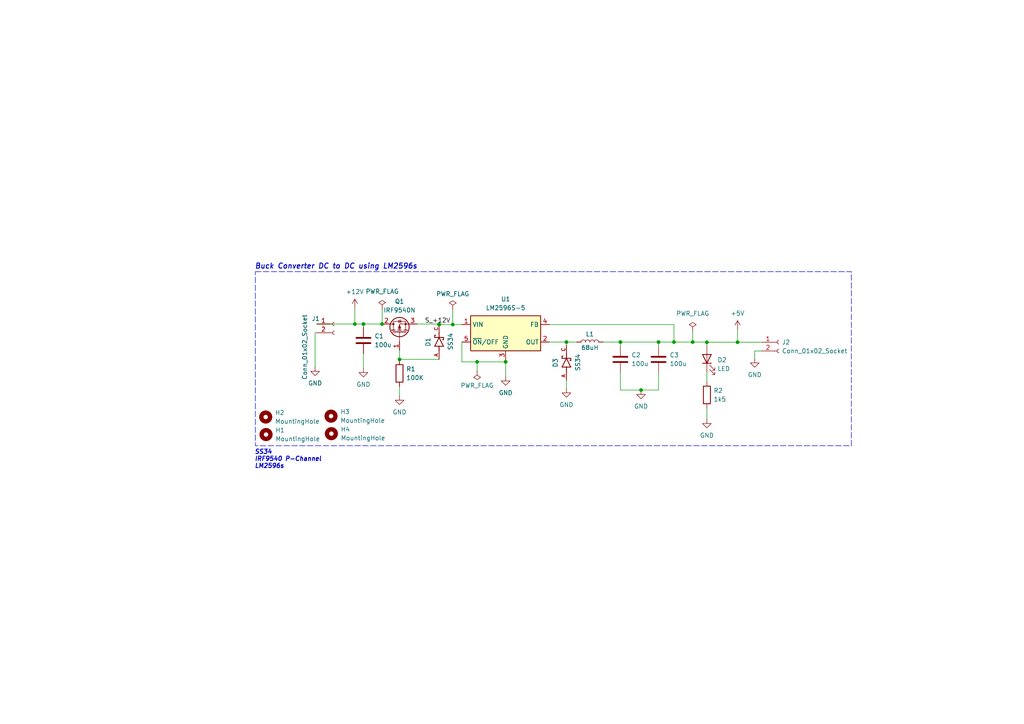
<source format=kicad_sch>
(kicad_sch (version 20230121) (generator eeschema)
  (paper "A4")
  (title_block (title "Buck Converter DC to DC using LM2596s") (date "2024-02-24") (rev "1") (company "Barunastra ITS"))
  (lib_symbols
    (symbol "Connector:Conn_01x02_Socket" (pin_names (offset 1.016) hide)
      (property "Reference" "J" (at 0 2.54 0))
      (property "Value" "Conn_01x02_Socket" (at 0 -5.08 0))
      (symbol "Conn_01x02_Socket_1_1"
        (arc (start 0 -2.032) (mid -0.5058 -2.54) (end 0 -3.048) (stroke (width 0.1524)))
        (polyline (pts (xy -1.27 -2.54) (xy -0.508 -2.54)) (stroke (width 0.1524)))
        (polyline (pts (xy -1.27 0) (xy -0.508 0)) (stroke (width 0.1524)))
        (arc (start 0 0.508) (mid -0.5058 0) (end 0 -0.508) (stroke (width 0.1524)))
        (pin passive line (at -5.08 0 0) (length 3.81) (name "Pin_1") (number "1"))
        (pin passive line (at -5.08 -2.54 0) (length 3.81) (name "Pin_2") (number "2"))
      )
    )
    (symbol "Custom_Microcontroller:SS34" (pin_names (offset 1.016))
      (property "Reference" "D" (at -1.27 1.27 0))
      (property "Value" "SS34" (at -2.54 -3.81 0))
      (property "Footprint" "custom_components:DIO_SS34" (at -3.81 10.16 0))
      (property "Package" "DO-214AB-2 Taiwan Semiconductor" (at 2.54 10.16 0))
      (property "STANDARD" "Manufacturer Recommendations" (at -3.81 8.89 0))
      (property "Description" "\n3A, 40V, Schottky Rectifier\n" (at -3.81 8.89 0))
      (symbol "SS34_0_0"
        (polyline (pts (xy -2.54 0) (xy -1.27 0)) (stroke (width 0.254)))
        (polyline (pts (xy -1.27 -1.27) (xy 1.27 0)) (stroke (width 0.254)))
        (polyline (pts (xy -1.27 0) (xy -1.27 -1.27)) (stroke (width 0.254)))
        (polyline (pts (xy -1.27 1.27) (xy -1.27 0)) (stroke (width 0.254)))
        (polyline (pts (xy 0.635 -1.016) (xy 0.635 -1.27)) (stroke (width 0.254)))
        (polyline (pts (xy 1.27 -1.27) (xy 0.635 -1.27)) (stroke (width 0.254)))
        (polyline (pts (xy 1.27 0) (xy -1.27 1.27)) (stroke (width 0.254)))
        (polyline (pts (xy 1.27 0) (xy 1.27 -1.27)) (stroke (width 0.254)))
        (polyline (pts (xy 1.27 1.27) (xy 1.27 0)) (stroke (width 0.254)))
        (polyline (pts (xy 1.905 1.27) (xy 1.27 1.27)) (stroke (width 0.254)))
        (polyline (pts (xy 1.905 1.27) (xy 1.905 1.016)) (stroke (width 0.254)))
        (polyline (pts (xy 2.54 0) (xy 1.27 0)) (stroke (width 0.254)))
        (pin passive line (at -5.08 0 0) (length 2.54) (name "~") (number "A"))
        (pin passive line (at 5.08 0 180) (length 2.54) (name "~") (number "C"))
      )
    )
    (symbol "Device:C" (pin_numbers hide) (pin_names (offset 0.254))
      (property "Reference" "C" (at 0.635 2.54 0))
      (property "Value" "C" (at 0.635 -2.54 0))
      (symbol "C_0_1"
        (polyline (pts (xy -2.032 -0.762) (xy 2.032 -0.762)) (stroke (width 0.508)))
        (polyline (pts (xy -2.032 0.762) (xy 2.032 0.762)) (stroke (width 0.508)))
      )
      (symbol "C_1_1"
        (pin passive line (at 0 3.81 270) (length 2.794) (name "~") (number "1"))
        (pin passive line (at 0 -3.81 90) (length 2.794) (name "~") (number "2"))
      )
    )
    (symbol "Device:L" (pin_numbers hide) (pin_names (offset 1.016) hide)
      (property "Reference" "L" (at -1.27 0 90))
      (property "Value" "L" (at 1.905 0 90))
      (symbol "L_0_1"
        (arc (start 0 -2.54) (mid 0.6323 -1.905) (end 0 -1.27))
        (arc (start 0 -1.27) (mid 0.6323 -0.635) (end 0 0))
        (arc (start 0 0) (mid 0.6323 0.635) (end 0 1.27))
        (arc (start 0 1.27) (mid 0.6323 1.905) (end 0 2.54))
      )
      (symbol "L_1_1"
        (pin passive line (at 0 3.81 270) (length 1.27) (name "1") (number "1"))
        (pin passive line (at 0 -3.81 90) (length 1.27) (name "2") (number "2"))
      )
    )
    (symbol "Device:LED" (pin_numbers hide) (pin_names (offset 1.016) hide)
      (property "Reference" "D" (at 0 2.54 0))
      (property "Value" "LED" (at 0 -2.54 0))
      (symbol "LED_0_1"
        (polyline (pts (xy -1.27 -1.27) (xy -1.27 1.27)) (stroke (width 0.254)))
        (polyline (pts (xy -1.27 0) (xy 1.27 0)))
        (polyline (pts (xy 1.27 -1.27) (xy 1.27 1.27) (xy -1.27 0) (xy 1.27 -1.27)) (stroke (width 0.254)))
        (polyline (pts (xy -3.048 -0.762) (xy -4.572 -2.286) (xy -3.81 -2.286) (xy -4.572 -2.286) (xy -4.572 -1.524)))
        (polyline (pts (xy -1.778 -0.762) (xy -3.302 -2.286) (xy -2.54 -2.286) (xy -3.302 -2.286) (xy -3.302 -1.524)))
      )
      (symbol "LED_1_1"
        (pin passive line (at -3.81 0 0) (length 2.54) (name "K") (number "1"))
        (pin passive line (at 3.81 0 180) (length 2.54) (name "A") (number "2"))
      )
    )
    (symbol "Device:R" (pin_numbers hide) (pin_names (offset 0))
      (property "Reference" "R" (at 2.032 0 90))
      (property "Value" "R" (at 0 0 90))
      (symbol "R_0_1"
        (rectangle (start -1.016 -2.54) (end 1.016 2.54) (stroke (width 0.254)))
      )
      (symbol "R_1_1"
        (pin passive line (at 0 3.81 270) (length 1.27) (name "~") (number "1"))
        (pin passive line (at 0 -3.81 90) (length 1.27) (name "~") (number "2"))
      )
    )
    (symbol "Mechanical:MountingHole" (pin_names (offset 1.016))
      (property "Reference" "H" (at 0 5.08 0))
      (property "Value" "MountingHole" (at 0 3.175 0))
      (symbol "MountingHole_0_1"
        (circle (center 0 0) (radius 1.27) (stroke (width 1.27)))
      )
    )
    (symbol "Regulator_Switching:LM2596S-5"
      (property "Reference" "U" (at -10.16 6.35 0))
      (property "Value" "LM2596S-5" (at 0 6.35 0))
      (symbol "LM2596S-5_0_1"
        (rectangle (start -10.16 5.08) (end 10.16 -5.08) (stroke (width 0.254)) (fill (type background)))
      )
      (symbol "LM2596S-5_1_1"
        (pin power_in line (at -12.7 2.54 0) (length 2.54) (name "VIN") (number "1"))
        (pin output line (at 12.7 -2.54 180) (length 2.54) (name "OUT") (number "2"))
        (pin power_in line (at 0 -7.62 90) (length 2.54) (name "GND") (number "3"))
        (pin input line (at 12.7 2.54 180) (length 2.54) (name "FB") (number "4"))
        (pin input line (at -12.7 -2.54 0) (length 2.54) (name "~{ON}/OFF") (number "5"))
      )
    )
    (symbol "Transistor_FET:IRF9540N" (pin_names hide)
      (property "Reference" "Q" (at 5.08 1.905 0))
      (property "Value" "IRF9540N" (at 5.08 0 0))
      (symbol "IRF9540N_0_1"
        (polyline (pts (xy 0.254 0) (xy -2.54 0)))
        (polyline (pts (xy 0.254 1.905) (xy 0.254 -1.905)) (stroke (width 0.254)))
        (polyline (pts (xy 0.762 -1.27) (xy 0.762 -2.286)) (stroke (width 0.254)))
        (polyline (pts (xy 0.762 0.508) (xy 0.762 -0.508)) (stroke (width 0.254)))
        (polyline (pts (xy 0.762 2.286) (xy 0.762 1.27)) (stroke (width 0.254)))
        (polyline (pts (xy 2.54 2.54) (xy 2.54 1.778)))
        (polyline (pts (xy 2.54 -2.54) (xy 2.54 0) (xy 0.762 0)))
        (polyline (pts (xy 0.762 1.778) (xy 3.302 1.778) (xy 3.302 -1.778) (xy 0.762 -1.778)))
        (polyline (pts (xy 2.286 0) (xy 1.27 0.381) (xy 1.27 -0.381) (xy 2.286 0)) (fill (type outline)))
        (polyline (pts (xy 2.794 -0.508) (xy 2.921 -0.381) (xy 3.683 -0.381) (xy 3.81 -0.254)))
        (polyline (pts (xy 3.302 -0.381) (xy 2.921 0.254) (xy 3.683 0.254) (xy 3.302 -0.381)))
        (circle (center 1.651 0) (radius 2.794) (stroke (width 0.254)))
        (circle (center 2.54 -1.778) (radius 0.254) (fill (type outline)))
        (circle (center 2.54 1.778) (radius 0.254) (fill (type outline)))
      )
      (symbol "IRF9540N_1_1"
        (pin input line (at -5.08 0 0) (length 2.54) (name "G") (number "1"))
        (pin passive line (at 2.54 5.08 270) (length 2.54) (name "D") (number "2"))
        (pin passive line (at 2.54 -5.08 90) (length 2.54) (name "S") (number "3"))
      )
    )
    (symbol "power:+12V" (power) (pin_names (offset 0))
      (property "Value" "+12V" (at 0 3.556 0))
      (symbol "+12V_0_1"
        (polyline (pts (xy -0.762 1.27) (xy 0 2.54)))
        (polyline (pts (xy 0 0) (xy 0 2.54)))
        (polyline (pts (xy 0 2.54) (xy 0.762 1.27)))
      )
      (symbol "+12V_1_1"
        (pin power_in line (at 0 0 90) (length 0) hide (name "+12V") (number "1"))
      )
    )
    (symbol "power:+5V" (power) (pin_names (offset 0))
      (property "Value" "+5V" (at 0 3.556 0))
      (symbol "+5V_0_1"
        (polyline (pts (xy -0.762 1.27) (xy 0 2.54)))
        (polyline (pts (xy 0 0) (xy 0 2.54)))
        (polyline (pts (xy 0 2.54) (xy 0.762 1.27)))
      )
      (symbol "+5V_1_1"
        (pin power_in line (at 0 0 90) (length 0) hide (name "+5V") (number "1"))
      )
    )
    (symbol "power:GND" (power) (pin_names (offset 0))
      (property "Value" "GND" (at 0 -3.81 0))
      (symbol "GND_0_1"
        (polyline (pts (xy 0 0) (xy 0 -1.27) (xy 1.27 -1.27) (xy 0 -2.54) (xy -1.27 -1.27) (xy 0 -1.27)))
      )
      (symbol "GND_1_1"
        (pin power_in line (at 0 0 270) (length 0) hide (name "GND") (number "1"))
      )
    )
    (symbol "power:PWR_FLAG" (power) (pin_numbers hide) (pin_names (offset 0) hide)
      (property "Value" "PWR_FLAG" (at 0 3.81 0))
      (symbol "PWR_FLAG_0_0"
        (pin power_out line (at 0 0 90) (length 0) (name "pwr") (number "1"))
      )
      (symbol "PWR_FLAG_0_1"
        (polyline (pts (xy 0 0) (xy 0 1.27) (xy -1.016 1.905) (xy 0 2.54) (xy 1.016 1.905) (xy 0 1.27)))
      )
    )
  )
  (junction (at 110.7948 93.98))
  (junction (at 127.3556 94.1324))
  (junction (at 179.9336 99.2124))
  (junction (at 127.3556 94.0816))
  (junction (at 191.008 99.2124))
  (junction (at 164.2872 99.2124))
  (junction (at 105.41 93.98))
  (junction (at 185.928 113.1316))
  (junction (at 102.9208 93.98))
  (junction (at 146.6596 104.9528))
  (junction (at 205.0288 99.2632))
  (junction (at 131.318 94.1324))
  (junction (at 213.9188 99.2632))
  (junction (at 115.8748 104.2416))
  (junction (at 200.914 99.2124))
  (junction (at 195.4784 99.2124))
  (junction (at 138.3792 104.9528))
  (wire (pts (xy 191.008 99.2124) (xy 195.4784 99.2124)))
  (wire (pts (xy 218.8972 103.9876) (xy 218.8972 101.8032)))
  (wire (pts (xy 127.3556 93.98) (xy 127.3556 94.0816)))
  (wire (pts (xy 115.8748 104.2416) (xy 127.3556 104.2416)))
  (wire (pts (xy 102.9208 93.98) (xy 105.41 93.98)))
  (wire (pts (xy 205.0288 99.2632) (xy 205.0288 99.2124)))
  (wire (pts (xy 164.2872 99.2124) (xy 167.2844 99.2124)))
  (wire (pts (xy 159.3596 94.1324) (xy 195.4784 94.1324)))
  (wire (pts (xy 191.008 113.1316) (xy 185.928 113.1316)))
  (wire (pts (xy 164.2872 110.2868) (xy 164.2872 112.6744)))
  (wire (pts (xy 164.2872 99.2124) (xy 164.2872 100.1268)))
  (wire (pts (xy 91.3892 106.426) (xy 91.3892 96.52)))
  (wire (pts (xy 127.3556 94.1324) (xy 131.318 94.1324)))
  (wire (pts (xy 220.8276 99.2632) (xy 213.9188 99.2632)))
  (wire (pts (xy 205.0288 107.8992) (xy 205.0288 110.744)))
  (wire (pts (xy 179.9336 108.0516) (xy 179.9336 113.1316)))
  (wire (pts (xy 115.8748 112.1156) (xy 115.8748 114.808)))
  (wire (pts (xy 105.41 102.5652) (xy 105.41 106.7816)))
  (wire (pts (xy 120.9548 93.98) (xy 127.3556 93.98)))
  (wire (pts (xy 115.8748 101.6) (xy 115.8748 104.2416)))
  (wire (pts (xy 195.4784 94.1324) (xy 195.4784 99.2124)))
  (wire (pts (xy 200.914 99.2124) (xy 205.0288 99.2124)))
  (wire (pts (xy 191.008 108.0516) (xy 191.008 113.1316)))
  (wire (pts (xy 138.3792 104.9528) (xy 138.3792 107.5436)))
  (wire (pts (xy 205.0288 100.2792) (xy 205.0288 99.2632)))
  (wire (pts (xy 133.9596 99.2124) (xy 133.9596 104.9528)))
  (wire (pts (xy 159.3596 99.2124) (xy 164.2872 99.2124)))
  (wire (pts (xy 131.318 94.1324) (xy 133.9596 94.1324)))
  (wire (pts (xy 133.9596 104.9528) (xy 138.3792 104.9528)))
  (wire (pts (xy 127.3556 94.1832) (xy 127.3556 94.1324)))
  (wire (pts (xy 105.41 93.98) (xy 105.41 94.9452)))
  (wire (pts (xy 110.8456 89.662) (xy 110.8456 93.98)))
  (wire (pts (xy 213.9188 99.2632) (xy 205.0288 99.2632)))
  (wire (pts (xy 179.9336 99.2124) (xy 191.008 99.2124)))
  (wire (pts (xy 179.9336 99.2124) (xy 179.9336 100.4316)))
  (wire (pts (xy 146.6596 104.2924) (xy 146.6596 104.9528)))
  (wire (pts (xy 213.9188 95.5548) (xy 213.9188 99.2632)))
  (wire (pts (xy 102.9208 89.3064) (xy 102.9208 93.98)))
  (wire (pts (xy 200.914 96.0628) (xy 200.914 99.2124)))
  (wire (pts (xy 138.3792 104.9528) (xy 146.6596 104.9528)))
  (wire (pts (xy 91.3892 96.52) (xy 91.8972 96.52)))
  (wire (pts (xy 218.8972 101.8032) (xy 220.8276 101.8032)))
  (wire (pts (xy 127.3556 94.0816) (xy 127.3556 94.1324)))
  (wire (pts (xy 110.8456 93.98) (xy 110.7948 93.98)))
  (wire (pts (xy 191.008 100.4316) (xy 191.008 99.2124)))
  (wire (pts (xy 131.318 89.7636) (xy 131.318 94.1324)))
  (wire (pts (xy 205.0288 118.364) (xy 205.0288 121.5644)))
  (wire (pts (xy 115.8748 104.2416) (xy 115.8748 104.4956)))
  (wire (pts (xy 179.9336 113.1316) (xy 185.928 113.1316)))
  (wire (pts (xy 110.7948 93.98) (xy 105.41 93.98)))
  (wire (pts (xy 174.9044 99.2124) (xy 179.9336 99.2124)))
  (wire (pts (xy 91.8972 93.98) (xy 102.9208 93.98)))
  (wire (pts (xy 146.6596 104.9528) (xy 146.6596 109.22)))
  (wire (pts (xy 195.4784 99.2124) (xy 200.914 99.2124)))
  (rectangle (start 74.0664 78.7908) (end 246.9388 129.286) (stroke (width 0) (type dash)))
  (text "SS34\nIRF9540 P-Channel\nLM2596s" (at 73.8124 136.0424 0) (effects (font (size 1.27 1.27) bold italic) (justify left bottom)))
  (text "Buck Converter DC to DC using LM2596s" (at 73.8632 78.232 0) (effects (font (size 1.5 1.5) (thickness 0.254) bold italic) (justify left bottom)))
  (label "S_+12V" (at 123.19 93.98 0))
  (symbol (lib_id "power:+12V") (at 102.9208 89.3064 0) (unit 1)
    (property "Reference" "#PWR01" (effects hide))
    (property "Value" "+12V" (at 102.9208 84.6328 0))
  )
  (symbol (lib_id "Device:C") (at 191.008 104.2416 0) (unit 1)
    (property "Reference" "C3" (at 194.2084 102.9716 0) (effects (justify left)))
    (property "Value" "100u" (at 194.2084 105.5116 0) (effects (justify left)))
    (property "Footprint" "custom_components:CAP_63V100UF" (effects hide))
  )
  (symbol (lib_id "Mechanical:MountingHole") (at 77.0636 120.9548 0) (unit 1)
    (property "Reference" "H2" (at 79.756 119.6848 0) (effects (justify left)))
    (property "Value" "MountingHole" (at 79.756 122.2248 0) (effects (justify left)))
    (property "Footprint" "MountingHole:MountingHole_3.2mm_M3" (effects hide))
  )
  (symbol (lib_id "power:GND") (at 218.8972 103.9876 0) (unit 1)
    (property "Reference" "#PWR03" (effects hide))
    (property "Value" "GND" (at 218.8972 108.712 0))
  )
  (symbol (lib_id "power:+5V") (at 213.9188 95.5548 0) (unit 1)
    (property "Reference" "#PWR02" (effects hide))
    (property "Value" "+5V" (at 213.9188 90.8812 0))
  )
  (symbol (lib_id "Regulator_Switching:LM2596S-5") (at 146.6596 96.6724 0) (unit 1)
    (property "Reference" "U1" (at 146.6596 86.7664 0))
    (property "Value" "LM2596S-5" (at 146.6596 89.3064 0))
    (property "Footprint" "Package_TO_SOT_SMD:TO-263-5_TabPin3" (effects hide))
    (property "Datasheet" "http://www.ti.com/lit/ds/symlink/lm2596.pdf" (effects hide))
  )
  (symbol (lib_id "power:PWR_FLAG") (at 110.8456 89.662 0) (unit 1)
    (property "Reference" "#FLG03" (effects hide))
    (property "Value" "PWR_FLAG" (at 110.8456 84.5312 0))
  )
  (symbol (lib_id "Transistor_FET:IRF9540N") (at 115.8748 96.52 90) (unit 1)
    (property "Reference" "Q1" (at 115.8748 87.4268 90))
    (property "Value" "IRF9540N" (at 115.8748 89.9668 90))
    (property "Footprint" "Package_TO_SOT_THT:TO-220-3_Vertical" (effects hide))
    (property "Datasheet" "http://www.irf.com/product-info/datasheets/data/irf9540n.pdf" (effects hide))
  )
  (symbol (lib_id "Custom_Microcontroller:SS34") (at 164.2872 105.2068 90) (unit 1)
    (property "Reference" "D3" (at 161.0868 105.2576 0))
    (property "Value" "SS34" (at 167.5892 105.1052 0))
    (property "Footprint" "custom_components:DIO_SS34" (effects hide))
    (property "MF" "Taiwan Semiconductor" (effects hide))
    (property "MAXIMUM_PACKAGE_HEIGHT" "2.65mm" (effects hide))
    (property "Package" "DO-214AB-2 Taiwan Semiconductor" (effects hide))
    (property "Price" "None" (effects hide))
    (property "STANDARD" "Manufacturer Recommendations" (effects hide))
    (property "PARTREV" "S2311" (effects hide))
    (property "SnapEDA_Link" "SS34" (effects hide))
    (property "MP" "SS34" (effects hide))
    (property "Description" "\n3A, 40V, Schottky Rectifier\n" (effects hide))
    (property "Availability" "In Stock" (effects hide))
    (property "MANUFACTURER" "Taiwan Semiconductor" (effects hide))
  )
  (symbol (lib_id "Custom_Microcontroller:SS34") (at 127.3556 99.1616 90) (unit 1)
    (property "Reference" "D1" (at 124.1552 99.2124 0))
    (property "Value" "SS34" (at 130.6576 99.06 0))
    (property "Footprint" "custom_components:DIO_SS34" (effects hide))
    (property "MF" "Taiwan Semiconductor" (effects hide))
    (property "MAXIMUM_PACKAGE_HEIGHT" "2.65mm" (effects hide))
    (property "Package" "DO-214AB-2 Taiwan Semiconductor" (effects hide))
    (property "Price" "None" (effects hide))
    (property "STANDARD" "Manufacturer Recommendations" (effects hide))
    (property "PARTREV" "S2311" (effects hide))
    (property "SnapEDA_Link" "SS34" (effects hide))
    (property "MP" "SS34" (effects hide))
    (property "Description" "\n3A, 40V, Schottky Rectifier\n" (effects hide))
    (property "Availability" "In Stock" (effects hide))
    (property "MANUFACTURER" "Taiwan Semiconductor" (effects hide))
  )
  (symbol (lib_id "Device:R") (at 115.8748 108.3056 0) (unit 1)
    (property "Reference" "R1" (at 117.8052 107.0356 0) (effects (justify left)))
    (property "Value" "100K" (at 117.8052 109.5756 0) (effects (justify left)))
    (property "Footprint" "Resistor_SMD:R_1206_3216Metric_Pad1.30x1.75mm_HandSolder" (effects hide))
  )
  (symbol (lib_id "power:GND") (at 185.928 113.1316 0) (unit 1)
    (property "Reference" "#PWR08" (effects hide))
    (property "Value" "GND" (at 185.928 117.856 0))
  )
  (symbol (lib_id "Device:C") (at 179.9336 104.2416 0) (unit 1)
    (property "Reference" "C2" (at 183.134 102.9716 0) (effects (justify left)))
    (property "Value" "100u" (at 183.134 105.5116 0) (effects (justify left)))
    (property "Footprint" "custom_components:CAP_63V100UF" (effects hide))
  )
  (symbol (lib_id "Connector:Conn_01x02_Socket") (at 225.9076 99.2632 0) (unit 1)
    (property "Reference" "J2" (at 226.7712 99.2632 0) (effects (justify left)))
    (property "Value" "Conn_01x02_Socket" (at 226.7712 101.8032 0) (effects (justify left)))
    (property "Footprint" "Connector_Phoenix_GMSTB:PhoenixContact_GMSTBVA_2,5_2-G-7,62_1x02_P7.62mm_Vertical" (effects hide))
  )
  (symbol (lib_id "Mechanical:MountingHole") (at 96.012 120.7008 0) (unit 1)
    (property "Reference" "H3" (at 98.7044 119.4308 0) (effects (justify left)))
    (property "Value" "MountingHole" (at 98.7044 121.9708 0) (effects (justify left)))
    (property "Footprint" "MountingHole:MountingHole_3.2mm_M3" (effects hide))
  )
  (symbol (lib_id "Device:L") (at 171.0944 99.2124 90) (unit 1)
    (property "Reference" "L1" (at 171.0944 96.9264 90))
    (property "Value" "68uH" (at 171.0944 100.838 90))
    (property "Footprint" "custom_components:SRR1260-330M" (effects hide))
  )
  (symbol (lib_id "Device:LED") (at 205.0288 104.0892 90) (unit 1)
    (property "Reference" "D2" (at 208.0768 104.4067 90) (effects (justify right)))
    (property "Value" "LED" (at 208.0768 106.9467 90) (effects (justify right)))
    (property "Footprint" "LED_SMD:LED_1206_3216Metric_Pad1.42x1.75mm_HandSolder" (effects hide))
  )
  (symbol (lib_id "Mechanical:MountingHole") (at 77.1652 126.0348 0) (unit 1)
    (property "Reference" "H1" (at 79.8576 124.7648 0) (effects (justify left)))
    (property "Value" "MountingHole" (at 79.8576 127.3048 0) (effects (justify left)))
    (property "Footprint" "MountingHole:MountingHole_3.2mm_M3" (effects hide))
  )
  (symbol (lib_id "power:PWR_FLAG") (at 200.914 96.0628 0) (unit 1)
    (property "Reference" "#FLG02" (effects hide))
    (property "Value" "PWR_FLAG" (at 200.914 90.932 0))
  )
  (symbol (lib_id "Device:R") (at 205.0288 114.554 0) (unit 1)
    (property "Reference" "R2" (at 206.9592 113.284 0) (effects (justify left)))
    (property "Value" "1k5" (at 206.9592 115.824 0) (effects (justify left)))
    (property "Footprint" "Resistor_SMD:R_1206_3216Metric_Pad1.30x1.75mm_HandSolder" (effects hide))
  )
  (symbol (lib_id "power:PWR_FLAG") (at 131.318 89.7636 0) (unit 1)
    (property "Reference" "#FLG04" (effects hide))
    (property "Value" "PWR_FLAG" (at 131.318 85.2424 0))
  )
  (symbol (lib_id "Connector:Conn_01x02_Socket") (at 96.9772 93.98 0) (unit 1)
    (property "Reference" "J1" (at 90.3732 92.4052 0) (effects (justify left)))
    (property "Value" "Conn_01x02_Socket" (at 88.392 110.1852 90) (effects (justify left)))
    (property "Footprint" "Connector_Phoenix_GMSTB:PhoenixContact_GMSTBVA_2,5_2-G-7,62_1x02_P7.62mm_Vertical" (effects hide))
  )
  (symbol (lib_id "Device:C") (at 105.41 98.7552 0) (unit 1)
    (property "Reference" "C1" (at 108.6104 97.4852 0) (effects (justify left)))
    (property "Value" "100u" (at 108.6104 100.0252 0) (effects (justify left)))
    (property "Footprint" "custom_components:CAP_63V100UF" (effects hide))
  )
  (symbol (lib_id "Mechanical:MountingHole") (at 96.1136 125.7808 0) (unit 1)
    (property "Reference" "H4" (at 98.806 124.5108 0) (effects (justify left)))
    (property "Value" "MountingHole" (at 98.806 127.0508 0) (effects (justify left)))
    (property "Footprint" "MountingHole:MountingHole_3.2mm_M3" (effects hide))
  )
  (symbol (lib_id "power:GND") (at 205.0288 121.5644 0) (unit 1)
    (property "Reference" "#PWR010" (effects hide))
    (property "Value" "GND" (at 205.0288 126.2888 0))
  )
  (symbol (lib_id "power:GND") (at 105.41 106.7816 0) (unit 1)
    (property "Reference" "#PWR05" (effects hide))
    (property "Value" "GND" (at 105.41 111.506 0))
  )
  (symbol (lib_id "power:PWR_FLAG") (at 138.3792 107.5436 180) (unit 1)
    (property "Reference" "#FLG01" (effects hide))
    (property "Value" "PWR_FLAG" (at 138.3792 111.8108 0))
  )
  (symbol (lib_id "power:GND") (at 91.3892 106.426 0) (unit 1)
    (property "Reference" "#PWR04" (effects hide))
    (property "Value" "GND" (at 91.3892 111.1504 0))
  )
  (symbol (lib_id "power:GND") (at 164.2872 112.6744 0) (unit 1)
    (property "Reference" "#PWR07" (effects hide))
    (property "Value" "GND" (at 164.2872 117.3988 0))
  )
  (symbol (lib_id "power:GND") (at 115.8748 114.808 0) (unit 1)
    (property "Reference" "#PWR09" (effects hide))
    (property "Value" "GND" (at 115.8748 119.5324 0))
  )
  (symbol (lib_id "power:GND") (at 146.6596 109.22 0) (unit 1)
    (property "Reference" "#PWR06" (effects hide))
    (property "Value" "GND" (at 146.6596 113.9444 0))
  )
)
</source>
